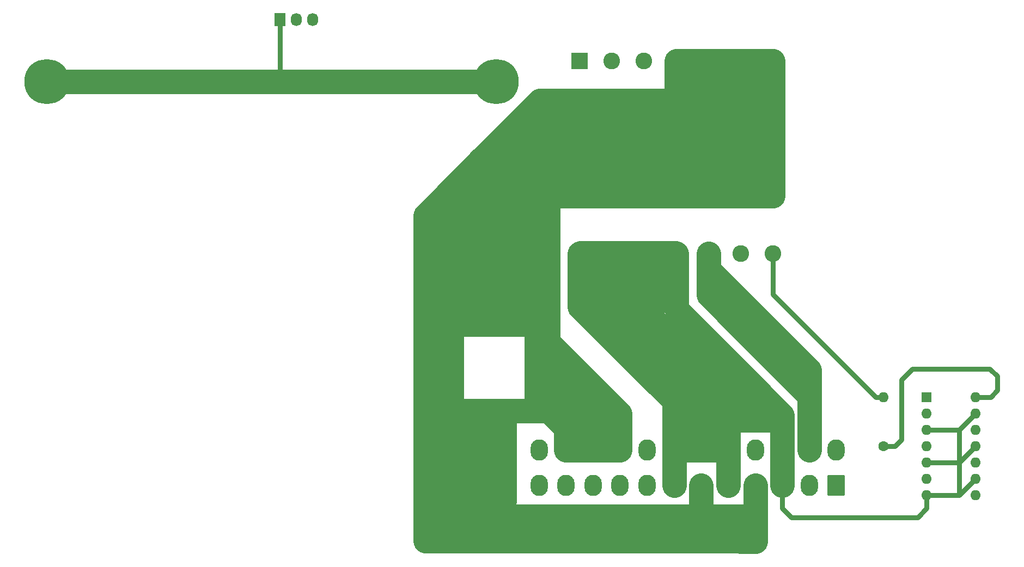
<source format=gbl>
G04 #@! TF.GenerationSoftware,KiCad,Pcbnew,8.0.8*
G04 #@! TF.CreationDate,2025-01-21T13:57:33+00:00*
G04 #@! TF.ProjectId,X6800 PicoPSU v2.kicad_pcb_24pinATX,58363830-3020-4506-9963-6f5053552076,rev?*
G04 #@! TF.SameCoordinates,Original*
G04 #@! TF.FileFunction,Copper,L2,Bot*
G04 #@! TF.FilePolarity,Positive*
%FSLAX46Y46*%
G04 Gerber Fmt 4.6, Leading zero omitted, Abs format (unit mm)*
G04 Created by KiCad (PCBNEW 8.0.8) date 2025-01-21 13:57:33*
%MOMM*%
%LPD*%
G01*
G04 APERTURE LIST*
G04 Aperture macros list*
%AMRoundRect*
0 Rectangle with rounded corners*
0 $1 Rounding radius*
0 $2 $3 $4 $5 $6 $7 $8 $9 X,Y pos of 4 corners*
0 Add a 4 corners polygon primitive as box body*
4,1,4,$2,$3,$4,$5,$6,$7,$8,$9,$2,$3,0*
0 Add four circle primitives for the rounded corners*
1,1,$1+$1,$2,$3*
1,1,$1+$1,$4,$5*
1,1,$1+$1,$6,$7*
1,1,$1+$1,$8,$9*
0 Add four rect primitives between the rounded corners*
20,1,$1+$1,$2,$3,$4,$5,0*
20,1,$1+$1,$4,$5,$6,$7,0*
20,1,$1+$1,$6,$7,$8,$9,0*
20,1,$1+$1,$8,$9,$2,$3,0*%
G04 Aperture macros list end*
G04 #@! TA.AperFunction,ComponentPad*
%ADD10R,1.600000X1.600000*%
G04 #@! TD*
G04 #@! TA.AperFunction,ComponentPad*
%ADD11O,1.600000X1.600000*%
G04 #@! TD*
G04 #@! TA.AperFunction,ComponentPad*
%ADD12C,1.600000*%
G04 #@! TD*
G04 #@! TA.AperFunction,ComponentPad*
%ADD13R,2.600000X2.600000*%
G04 #@! TD*
G04 #@! TA.AperFunction,ComponentPad*
%ADD14C,2.600000*%
G04 #@! TD*
G04 #@! TA.AperFunction,ComponentPad*
%ADD15C,0.800000*%
G04 #@! TD*
G04 #@! TA.AperFunction,ComponentPad*
%ADD16C,7.000000*%
G04 #@! TD*
G04 #@! TA.AperFunction,ComponentPad*
%ADD17RoundRect,0.250001X1.099999X1.399999X-1.099999X1.399999X-1.099999X-1.399999X1.099999X-1.399999X0*%
G04 #@! TD*
G04 #@! TA.AperFunction,ComponentPad*
%ADD18O,2.700000X3.300000*%
G04 #@! TD*
G04 #@! TA.AperFunction,ComponentPad*
%ADD19R,1.730000X2.030000*%
G04 #@! TD*
G04 #@! TA.AperFunction,ComponentPad*
%ADD20O,1.730000X2.030000*%
G04 #@! TD*
G04 #@! TA.AperFunction,Conductor*
%ADD21C,3.500000*%
G04 #@! TD*
G04 #@! TA.AperFunction,Conductor*
%ADD22C,3.800000*%
G04 #@! TD*
G04 #@! TA.AperFunction,Conductor*
%ADD23C,0.250000*%
G04 #@! TD*
G04 #@! TA.AperFunction,Conductor*
%ADD24C,0.800000*%
G04 #@! TD*
G04 APERTURE END LIST*
D10*
X200900000Y-114280000D03*
D11*
X200900000Y-116820000D03*
X200900000Y-119360000D03*
X200900000Y-121900000D03*
X200900000Y-124440000D03*
X200900000Y-126980000D03*
X200900000Y-129520000D03*
X208520000Y-129520000D03*
X208520000Y-126980000D03*
X208520000Y-124440000D03*
X208520000Y-121900000D03*
X208520000Y-119360000D03*
X208520000Y-116820000D03*
X208520000Y-114280000D03*
D12*
X194223555Y-121890562D03*
D11*
X194223555Y-114270562D03*
D13*
X147000000Y-62000000D03*
D14*
X152000000Y-62000000D03*
X157000000Y-62000000D03*
X162000000Y-62000000D03*
X167000000Y-62000000D03*
X172000000Y-62000000D03*
X177000000Y-62000000D03*
D13*
X147000000Y-92000000D03*
D14*
X152000000Y-92000000D03*
X157000000Y-92000000D03*
X162000000Y-92000000D03*
X167000000Y-92000000D03*
X172000000Y-92000000D03*
X177000000Y-92000000D03*
D15*
X61550000Y-65175000D03*
X62318845Y-63318845D03*
X62318845Y-67031155D03*
X64175000Y-62550000D03*
D16*
X64175000Y-65175000D03*
D15*
X64175000Y-67800000D03*
X66031155Y-63318845D03*
X66031155Y-67031155D03*
X66800000Y-65175000D03*
X131400000Y-65175000D03*
X132168845Y-63318845D03*
X132168845Y-67031155D03*
X134025000Y-62550000D03*
D16*
X134025000Y-65175000D03*
D15*
X134025000Y-67800000D03*
X135881155Y-63318845D03*
X135881155Y-67031155D03*
X136650000Y-65175000D03*
D17*
X186876097Y-128039793D03*
D18*
X182676097Y-128039793D03*
X178476097Y-128039793D03*
X174276097Y-128039793D03*
X170076097Y-128039793D03*
X165876097Y-128039793D03*
X161676097Y-128039793D03*
X157476097Y-128039793D03*
X153276097Y-128039793D03*
X149076097Y-128039793D03*
X144876097Y-128039793D03*
X140676097Y-128039793D03*
X186876097Y-122539793D03*
X182676097Y-122539793D03*
X178476097Y-122539793D03*
X174276097Y-122539793D03*
X170076097Y-122539793D03*
X165876097Y-122539793D03*
X161676097Y-122539793D03*
X157476097Y-122539793D03*
X153276097Y-122539793D03*
X149076097Y-122539793D03*
X144876097Y-122539793D03*
X140676097Y-122539793D03*
D19*
X100397570Y-55569064D03*
D20*
X102937570Y-55569064D03*
X105477570Y-55569064D03*
D21*
X162000000Y-64900000D02*
X177000000Y-64900000D01*
X125700000Y-83200000D02*
X125700000Y-135200000D01*
X131400000Y-77200000D02*
X131400000Y-92300000D01*
X139000000Y-74200000D02*
X139000000Y-89300000D01*
X139000000Y-71200000D02*
X176500000Y-71200000D01*
D22*
X141100000Y-100700000D02*
X126100000Y-100700000D01*
D21*
X136600000Y-74300000D02*
X136600000Y-89400000D01*
D22*
X178476097Y-117094423D02*
X162000000Y-100618326D01*
D23*
X139500000Y-69000000D02*
X139600000Y-69100000D01*
D24*
X195994046Y-121890562D02*
X194223555Y-121890562D01*
D21*
X139500000Y-69757726D02*
X141057726Y-68200000D01*
D22*
X177000000Y-83000000D02*
X177000000Y-62000000D01*
X170076097Y-128039793D02*
X170074026Y-128037722D01*
X162000000Y-68200000D02*
X162000000Y-62000000D01*
X165876097Y-114237474D02*
X152000000Y-100361377D01*
X170054639Y-122518335D02*
X170076097Y-122539793D01*
X135320385Y-130499211D02*
X135320385Y-118088510D01*
D24*
X205980000Y-124440000D02*
X200900000Y-124440000D01*
X100368100Y-55598534D02*
X100368100Y-65143100D01*
D22*
X147198226Y-99271637D02*
X161874328Y-99271637D01*
X182676097Y-110061050D02*
X182676097Y-122539793D01*
X144876097Y-122539793D02*
X144876097Y-116424232D01*
D21*
X174262746Y-136725461D02*
X172237285Y-134700000D01*
D22*
X167000000Y-94384953D02*
X182676097Y-110061050D01*
D24*
X198681094Y-109900000D02*
X197000000Y-111581094D01*
X208520000Y-121900000D02*
X205980000Y-124440000D01*
D22*
X142230834Y-108787039D02*
X142230834Y-105794709D01*
X182676097Y-114349321D02*
X182719949Y-114305469D01*
X144876097Y-133943221D02*
X142119318Y-136700000D01*
X147148300Y-95527179D02*
X161824402Y-95527179D01*
X144604970Y-118921565D02*
X153274006Y-118921565D01*
D21*
X138600000Y-74100000D02*
X176100000Y-74100000D01*
X172237285Y-134700000D02*
X123000000Y-134700000D01*
D22*
X123000000Y-136700000D02*
X123000000Y-86000000D01*
X161502055Y-115023323D02*
X174138906Y-115023323D01*
X141026513Y-115343108D02*
X140291575Y-114608170D01*
D24*
X208520000Y-114280000D02*
X210876560Y-114280000D01*
D22*
X178476097Y-117430038D02*
X178476097Y-119117263D01*
X140826883Y-102941062D02*
X125826883Y-102941062D01*
X149076097Y-122539793D02*
X149076097Y-116758876D01*
X153274006Y-118921565D02*
X153276097Y-118923656D01*
X161676097Y-128039793D02*
X161676097Y-122539793D01*
X172000091Y-136700000D02*
X123000000Y-136700000D01*
X140600000Y-91800000D02*
X125600000Y-91800000D01*
X174138906Y-115023323D02*
X175104144Y-114058085D01*
X162986456Y-136700000D02*
X165876097Y-133810359D01*
D21*
X139100000Y-79900000D02*
X176600000Y-79900000D01*
D22*
X153276097Y-116839972D02*
X142100000Y-105663875D01*
D23*
X122500000Y-132200000D02*
X123000000Y-132700000D01*
D22*
X161676097Y-114905268D02*
X147000000Y-100229171D01*
D24*
X199514842Y-133000000D02*
X179928928Y-133000000D01*
D22*
X142119318Y-136700000D02*
X141931975Y-136700000D01*
X123000000Y-86000000D02*
X140800000Y-68200000D01*
X174262746Y-136725461D02*
X172025552Y-136725461D01*
X147000000Y-92000000D02*
X147161949Y-91838051D01*
X158408798Y-136700000D02*
X162986456Y-136700000D01*
X161676097Y-122539793D02*
X161697555Y-122518335D01*
X100400000Y-65175000D02*
X134025000Y-65175000D01*
X162000000Y-62000000D02*
X177000000Y-62000000D01*
X147000000Y-100229171D02*
X147000000Y-92000000D01*
X175104144Y-114058085D02*
X178476097Y-117430038D01*
X127724232Y-116424232D02*
X126700000Y-115400000D01*
D24*
X205980000Y-129520000D02*
X200900000Y-129520000D01*
D22*
X182719949Y-114305469D02*
X182719949Y-110704015D01*
X178053666Y-117852469D02*
X178476097Y-117430038D01*
X161697555Y-122518335D02*
X170054639Y-122518335D01*
X140800000Y-68200000D02*
X141057726Y-68200000D01*
D21*
X133800000Y-75200000D02*
X133800000Y-90300000D01*
D24*
X211900000Y-111036871D02*
X210763129Y-109900000D01*
D22*
X174262746Y-136725461D02*
X174276097Y-136712110D01*
X144876097Y-116424232D02*
X127724232Y-116424232D01*
D24*
X194223555Y-114270562D02*
X193001172Y-114270562D01*
D22*
X140400000Y-97400000D02*
X125400000Y-97400000D01*
D24*
X211900000Y-113233620D02*
X211900000Y-111036871D01*
D22*
X157000000Y-100718248D02*
X157000000Y-92000000D01*
D24*
X179928928Y-133000000D02*
X178476097Y-131547169D01*
X197000000Y-120879878D02*
X197002365Y-120882243D01*
X200900000Y-129520000D02*
X200900000Y-131614842D01*
D22*
X170074026Y-122541864D02*
X170076097Y-122539793D01*
X167000000Y-92000000D02*
X167000000Y-94384953D01*
X165876097Y-133810359D02*
X165876097Y-128039793D01*
D24*
X210763129Y-109900000D02*
X198681094Y-109900000D01*
X205980000Y-119360000D02*
X200900000Y-119360000D01*
D22*
X140291575Y-114608170D02*
X144604970Y-118921565D01*
X170076097Y-122539793D02*
X170076097Y-113794345D01*
X174276097Y-136712110D02*
X174276097Y-128039793D01*
D23*
X208520000Y-114280000D02*
X209651370Y-114280000D01*
D22*
X126700000Y-115400000D02*
X127111083Y-114988917D01*
X168877871Y-118740044D02*
X170076097Y-117541818D01*
X142382230Y-109437696D02*
X142482083Y-109537549D01*
X132175040Y-130574100D02*
X132175040Y-118163399D01*
D21*
X138500000Y-77200000D02*
X176000000Y-77200000D01*
D22*
X152000000Y-100361377D02*
X152000000Y-92000000D01*
X165876097Y-122539793D02*
X165876097Y-114237474D01*
D24*
X208520000Y-116820000D02*
X205980000Y-119360000D01*
D22*
X178476097Y-128039793D02*
X178461612Y-128025308D01*
D24*
X208520000Y-119515952D02*
X208520000Y-119360000D01*
D22*
X178476097Y-117430038D02*
X178033142Y-116987083D01*
D24*
X178476097Y-131547169D02*
X178476097Y-128039793D01*
D22*
X167000000Y-98428968D02*
X182676097Y-114105065D01*
X178461612Y-128025308D02*
X178461612Y-122554278D01*
X182676097Y-114105065D02*
X182676097Y-114349321D01*
X140291575Y-103476370D02*
X140826883Y-102941062D01*
X162000000Y-100618326D02*
X162000000Y-92000000D01*
D21*
X129020757Y-81274456D02*
X129020757Y-96374456D01*
X123300387Y-132681446D02*
X174300478Y-132681446D01*
D22*
X147161949Y-91838051D02*
X161838051Y-91838051D01*
X142482083Y-109537549D02*
X142482083Y-114030218D01*
X161676097Y-122539793D02*
X161676097Y-114905268D01*
X142482083Y-114030218D02*
X144876097Y-116424232D01*
D24*
X177000000Y-98269390D02*
X177000000Y-92000000D01*
D22*
X178033142Y-116987083D02*
X177152506Y-116987083D01*
X178476097Y-122539793D02*
X178476097Y-117094423D01*
X167000000Y-94384953D02*
X167000000Y-98428968D01*
X147660329Y-115343108D02*
X141026513Y-115343108D01*
D24*
X210876560Y-114280000D02*
X211911470Y-113245090D01*
D22*
X144876097Y-122539793D02*
X153276097Y-122539793D01*
X127111083Y-114988917D02*
X127111083Y-102941062D01*
X149076097Y-116758876D02*
X147660329Y-115343108D01*
X140900000Y-94400000D02*
X125900000Y-94400000D01*
X142100000Y-105663875D02*
X142100000Y-69000000D01*
D24*
X197000000Y-111581094D02*
X197000000Y-120879878D01*
D22*
X151664810Y-118221015D02*
X142230834Y-108787039D01*
X128580361Y-131087875D02*
X128580361Y-118677174D01*
D24*
X100397570Y-55569064D02*
X100368100Y-55598534D01*
X200900000Y-131614842D02*
X199514842Y-133000000D01*
D22*
X139500000Y-83000000D02*
X177000000Y-83000000D01*
D24*
X197002365Y-120882243D02*
X195994046Y-121890562D01*
X193001172Y-114270562D02*
X177000000Y-98269390D01*
D22*
X170074026Y-128037722D02*
X170074026Y-122541864D01*
X162299185Y-118740044D02*
X168877871Y-118740044D01*
X169660808Y-117852469D02*
X178053666Y-117852469D01*
D23*
X162100000Y-69100000D02*
X162000000Y-69000000D01*
D22*
X153276097Y-122539793D02*
X153276097Y-116839972D01*
D24*
X205980000Y-119360000D02*
X205980000Y-129520000D01*
D21*
X139500000Y-75600000D02*
X139500000Y-69757726D01*
D22*
X162252033Y-118692892D02*
X162299185Y-118740044D01*
X161838051Y-91838051D02*
X162000000Y-92000000D01*
X140291575Y-114608170D02*
X140291575Y-103476370D01*
X64175000Y-65175000D02*
X100400000Y-65175000D01*
D24*
X211911470Y-113245090D02*
X211900000Y-113233620D01*
D22*
X168795422Y-116987083D02*
X169660808Y-117852469D01*
X141057726Y-68200000D02*
X177000000Y-68200000D01*
D24*
X208520000Y-126980000D02*
X205980000Y-129520000D01*
D22*
X170076097Y-113794345D02*
X157000000Y-100718248D01*
D23*
X164700000Y-133600000D02*
X164600000Y-133700000D01*
M02*

</source>
